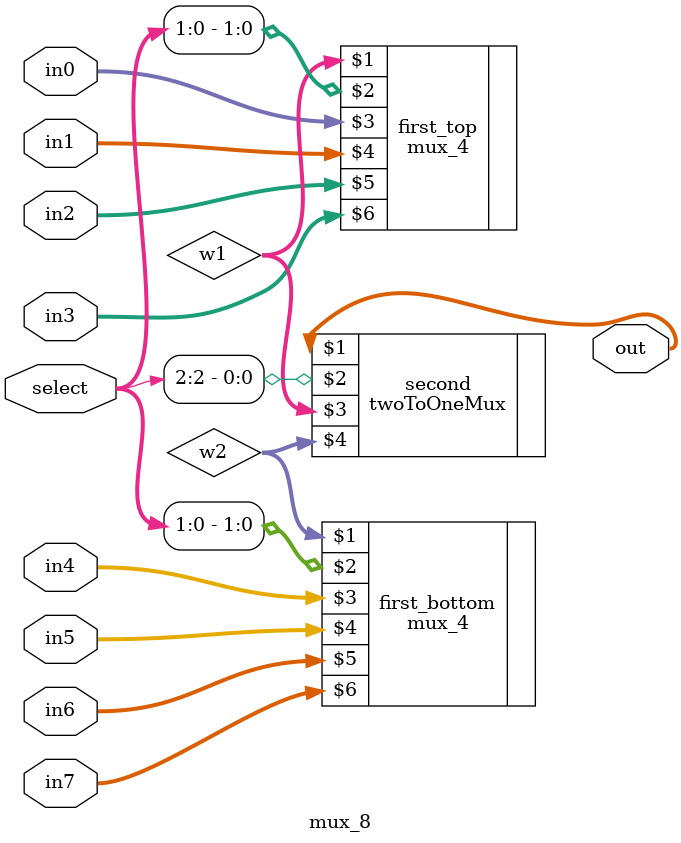
<source format=v>
module mux_8(out, select, in0, in1, in2, in3, in4, in5, in6, in7); 
    input [2:0] select; 
    input [31:0] in0, in1, in2, in3, in4, in5, in6, in7; 
    output [31:0] out; 
    wire [31:0] w1, w2; 
    mux_4 first_top(w1, select[1:0], in0, in1, in2, in3); 
    mux_4 first_bottom(w2, select[1:0], in4, in5, in6, in7); 
    twoToOneMux second(out, select[2], w1, w2); 
endmodule 
</source>
